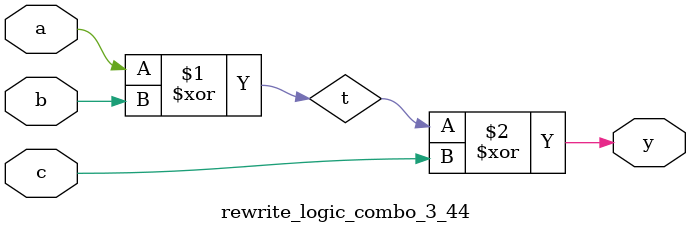
<source format=sv>
module rewrite_logic_combo_3_44(input logic a,b,c, output logic y);
  logic t;
  assign t = a ^ b;
  assign y = t ^ c;
endmodule

</source>
